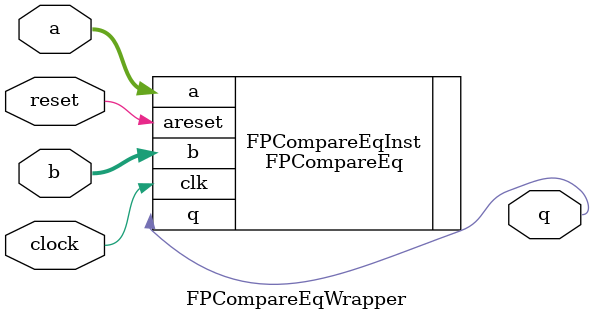
<source format=v>
module FPCompareEqWrapper (
    input  wire        clock,
    input  wire        reset,
    input  wire [31:0] a,
    input  wire [31:0] b,
    output wire [0:0]  q
  );

  parameter LATENCY = 1;

  FPCompareEq#(.LATENCY(LATENCY)) FPCompareEqInst (
    .clk(clock)
  , .areset(reset)
  , .a(a)
  , .b(b)
  , .q(q)
  );
endmodule

</source>
